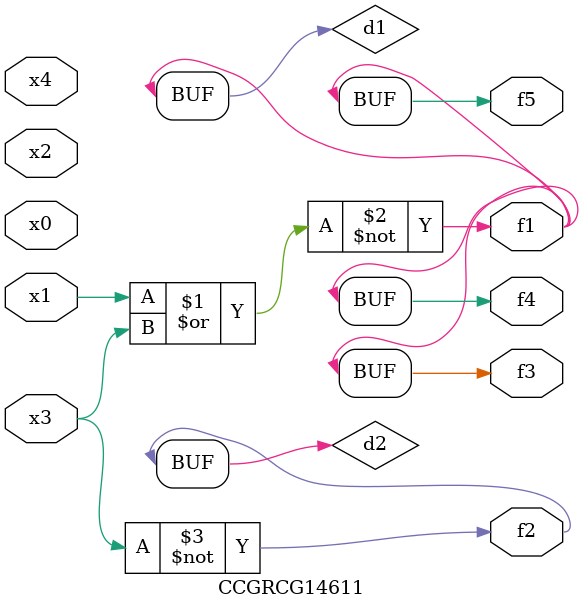
<source format=v>
module CCGRCG14611(
	input x0, x1, x2, x3, x4,
	output f1, f2, f3, f4, f5
);

	wire d1, d2;

	nor (d1, x1, x3);
	not (d2, x3);
	assign f1 = d1;
	assign f2 = d2;
	assign f3 = d1;
	assign f4 = d1;
	assign f5 = d1;
endmodule

</source>
